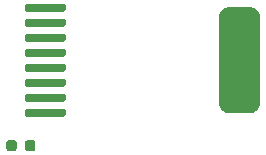
<source format=gbr>
%TF.GenerationSoftware,KiCad,Pcbnew,(5.1.12)-1*%
%TF.CreationDate,2021-11-30T21:20:58-06:00*%
%TF.ProjectId,Current_Sense,43757272-656e-4745-9f53-656e73652e6b,rev?*%
%TF.SameCoordinates,Original*%
%TF.FileFunction,Paste,Top*%
%TF.FilePolarity,Positive*%
%FSLAX46Y46*%
G04 Gerber Fmt 4.6, Leading zero omitted, Abs format (unit mm)*
G04 Created by KiCad (PCBNEW (5.1.12)-1) date 2021-11-30 21:20:58*
%MOMM*%
%LPD*%
G01*
G04 APERTURE LIST*
G04 APERTURE END LIST*
%TO.C,C1*%
G36*
G01*
X104958500Y-92072750D02*
X104958500Y-92585250D01*
G75*
G02*
X104739750Y-92804000I-218750J0D01*
G01*
X104302250Y-92804000D01*
G75*
G02*
X104083500Y-92585250I0J218750D01*
G01*
X104083500Y-92072750D01*
G75*
G02*
X104302250Y-91854000I218750J0D01*
G01*
X104739750Y-91854000D01*
G75*
G02*
X104958500Y-92072750I0J-218750D01*
G01*
G37*
G36*
G01*
X106533500Y-92072750D02*
X106533500Y-92585250D01*
G75*
G02*
X106314750Y-92804000I-218750J0D01*
G01*
X105877250Y-92804000D01*
G75*
G02*
X105658500Y-92585250I0J218750D01*
G01*
X105658500Y-92072750D01*
G75*
G02*
X105877250Y-91854000I218750J0D01*
G01*
X106314750Y-91854000D01*
G75*
G02*
X106533500Y-92072750I0J-218750D01*
G01*
G37*
%TD*%
%TO.C,J5*%
G36*
G01*
X122950000Y-80590000D02*
X124700000Y-80590000D01*
G75*
G02*
X125575000Y-81465000I0J-875000D01*
G01*
X125575000Y-88715000D01*
G75*
G02*
X124700000Y-89590000I-875000J0D01*
G01*
X122950000Y-89590000D01*
G75*
G02*
X122075000Y-88715000I0J875000D01*
G01*
X122075000Y-81465000D01*
G75*
G02*
X122950000Y-80590000I875000J0D01*
G01*
G37*
G36*
G01*
X105805000Y-84105000D02*
X108955000Y-84105000D01*
G75*
G02*
X109130000Y-84280000I0J-175000D01*
G01*
X109130000Y-84630000D01*
G75*
G02*
X108955000Y-84805000I-175000J0D01*
G01*
X105805000Y-84805000D01*
G75*
G02*
X105630000Y-84630000I0J175000D01*
G01*
X105630000Y-84280000D01*
G75*
G02*
X105805000Y-84105000I175000J0D01*
G01*
G37*
G36*
G01*
X105805000Y-81565000D02*
X108955000Y-81565000D01*
G75*
G02*
X109130000Y-81740000I0J-175000D01*
G01*
X109130000Y-82090000D01*
G75*
G02*
X108955000Y-82265000I-175000J0D01*
G01*
X105805000Y-82265000D01*
G75*
G02*
X105630000Y-82090000I0J175000D01*
G01*
X105630000Y-81740000D01*
G75*
G02*
X105805000Y-81565000I175000J0D01*
G01*
G37*
G36*
G01*
X105805000Y-80295000D02*
X108955000Y-80295000D01*
G75*
G02*
X109130000Y-80470000I0J-175000D01*
G01*
X109130000Y-80820000D01*
G75*
G02*
X108955000Y-80995000I-175000J0D01*
G01*
X105805000Y-80995000D01*
G75*
G02*
X105630000Y-80820000I0J175000D01*
G01*
X105630000Y-80470000D01*
G75*
G02*
X105805000Y-80295000I175000J0D01*
G01*
G37*
G36*
G01*
X105805000Y-82835000D02*
X108955000Y-82835000D01*
G75*
G02*
X109130000Y-83010000I0J-175000D01*
G01*
X109130000Y-83360000D01*
G75*
G02*
X108955000Y-83535000I-175000J0D01*
G01*
X105805000Y-83535000D01*
G75*
G02*
X105630000Y-83360000I0J175000D01*
G01*
X105630000Y-83010000D01*
G75*
G02*
X105805000Y-82835000I175000J0D01*
G01*
G37*
G36*
G01*
X105805000Y-85375000D02*
X108955000Y-85375000D01*
G75*
G02*
X109130000Y-85550000I0J-175000D01*
G01*
X109130000Y-85900000D01*
G75*
G02*
X108955000Y-86075000I-175000J0D01*
G01*
X105805000Y-86075000D01*
G75*
G02*
X105630000Y-85900000I0J175000D01*
G01*
X105630000Y-85550000D01*
G75*
G02*
X105805000Y-85375000I175000J0D01*
G01*
G37*
G36*
G01*
X105805000Y-86645000D02*
X108955000Y-86645000D01*
G75*
G02*
X109130000Y-86820000I0J-175000D01*
G01*
X109130000Y-87170000D01*
G75*
G02*
X108955000Y-87345000I-175000J0D01*
G01*
X105805000Y-87345000D01*
G75*
G02*
X105630000Y-87170000I0J175000D01*
G01*
X105630000Y-86820000D01*
G75*
G02*
X105805000Y-86645000I175000J0D01*
G01*
G37*
G36*
G01*
X105805000Y-87915000D02*
X108955000Y-87915000D01*
G75*
G02*
X109130000Y-88090000I0J-175000D01*
G01*
X109130000Y-88440000D01*
G75*
G02*
X108955000Y-88615000I-175000J0D01*
G01*
X105805000Y-88615000D01*
G75*
G02*
X105630000Y-88440000I0J175000D01*
G01*
X105630000Y-88090000D01*
G75*
G02*
X105805000Y-87915000I175000J0D01*
G01*
G37*
G36*
G01*
X105805000Y-89185000D02*
X108955000Y-89185000D01*
G75*
G02*
X109130000Y-89360000I0J-175000D01*
G01*
X109130000Y-89710000D01*
G75*
G02*
X108955000Y-89885000I-175000J0D01*
G01*
X105805000Y-89885000D01*
G75*
G02*
X105630000Y-89710000I0J175000D01*
G01*
X105630000Y-89360000D01*
G75*
G02*
X105805000Y-89185000I175000J0D01*
G01*
G37*
%TD*%
M02*

</source>
